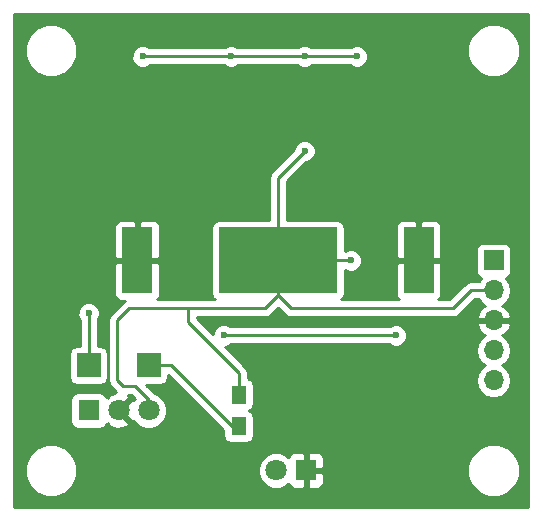
<source format=gbl>
G04 #@! TF.FileFunction,Copper,L2,Bot,Signal*
%FSLAX46Y46*%
G04 Gerber Fmt 4.6, Leading zero omitted, Abs format (unit mm)*
G04 Created by KiCad (PCBNEW 4.0.6+dfsg1-1) date Fri Mar  9 15:20:54 2018*
%MOMM*%
%LPD*%
G01*
G04 APERTURE LIST*
%ADD10C,0.100000*%
%ADD11R,2.600000X5.560000*%
%ADD12R,10.000000X5.560000*%
%ADD13R,1.800000X1.800000*%
%ADD14C,1.800000*%
%ADD15R,1.700000X1.700000*%
%ADD16O,1.700000X1.700000*%
%ADD17R,1.998980X1.998980*%
%ADD18R,1.300000X1.500000*%
%ADD19C,0.600000*%
%ADD20C,0.250000*%
%ADD21C,0.254000*%
G04 APERTURE END LIST*
D10*
D11*
X190185000Y-60960000D03*
D12*
X202090000Y-60960000D03*
D11*
X213995000Y-60960000D03*
D13*
X204470000Y-78740000D03*
D14*
X201930000Y-78740000D03*
D15*
X220345000Y-60960000D03*
D16*
X220345000Y-63500000D03*
X220345000Y-66040000D03*
X220345000Y-68580000D03*
X220345000Y-71120000D03*
D17*
X186055000Y-69850000D03*
X191135000Y-69850000D03*
D18*
X198755000Y-72310000D03*
X198755000Y-75010000D03*
D13*
X186055000Y-73660000D03*
D14*
X188595000Y-73660000D03*
X191135000Y-73660000D03*
D19*
X182372000Y-54483000D03*
X182372000Y-49530000D03*
X199390000Y-69596000D03*
X202311000Y-49530000D03*
X200152000Y-53594000D03*
X204343000Y-53594000D03*
X210185000Y-53594000D03*
X210185000Y-51562000D03*
X210185000Y-49530000D03*
X204343000Y-43688000D03*
X204343000Y-51689000D03*
X190627000Y-43688000D03*
X208280000Y-60960000D03*
X208788000Y-43688000D03*
X198120000Y-43688000D03*
X212090000Y-67310000D03*
X197485000Y-67310000D03*
X186055000Y-65405000D03*
D20*
X182372000Y-49530000D02*
X182372000Y-54483000D01*
X202311000Y-51435000D02*
X202311000Y-49530000D01*
X200152000Y-53594000D02*
X202311000Y-51435000D01*
X210185000Y-53594000D02*
X204343000Y-53594000D01*
X210185000Y-49530000D02*
X210185000Y-51562000D01*
X202090000Y-60960000D02*
X202090000Y-53942000D01*
X202090000Y-53942000D02*
X204343000Y-51689000D01*
X198120000Y-43688000D02*
X190627000Y-43688000D01*
X198755000Y-72310000D02*
X198755000Y-70485000D01*
X194437000Y-66167000D02*
X194437000Y-65024000D01*
X198755000Y-70485000D02*
X194437000Y-66167000D01*
X208280000Y-60960000D02*
X202090000Y-60960000D01*
X208788000Y-43688000D02*
X204343000Y-43688000D01*
X204343000Y-43688000D02*
X198120000Y-43688000D01*
X191135000Y-73660000D02*
X191135000Y-72771000D01*
X191135000Y-72771000D02*
X189992000Y-71628000D01*
X189992000Y-71628000D02*
X188976000Y-71628000D01*
X188976000Y-71628000D02*
X188468000Y-71120000D01*
X188468000Y-71120000D02*
X188468000Y-66040000D01*
X188468000Y-66040000D02*
X189484000Y-65024000D01*
X189484000Y-65024000D02*
X194437000Y-65024000D01*
X194437000Y-65024000D02*
X200980000Y-65024000D01*
X200980000Y-65024000D02*
X202090000Y-63914000D01*
X202090000Y-63914000D02*
X202090000Y-60960000D01*
X220345000Y-63500000D02*
X218440000Y-63500000D01*
X202090000Y-63914000D02*
X202090000Y-60960000D01*
X203200000Y-65024000D02*
X202090000Y-63914000D01*
X216916000Y-65024000D02*
X203200000Y-65024000D01*
X218440000Y-63500000D02*
X216916000Y-65024000D01*
X197485000Y-67310000D02*
X212090000Y-67310000D01*
X186055000Y-65405000D02*
X186055000Y-69850000D01*
X191135000Y-69850000D02*
X193040000Y-69850000D01*
X193040000Y-69850000D02*
X198200000Y-75010000D01*
X198200000Y-75010000D02*
X198755000Y-75010000D01*
D21*
G36*
X223290000Y-81840000D02*
X179780000Y-81840000D01*
X179780000Y-79182619D01*
X180644613Y-79182619D01*
X180984155Y-80004372D01*
X181612321Y-80633636D01*
X182433481Y-80974611D01*
X183322619Y-80975387D01*
X184144372Y-80635845D01*
X184773636Y-80007679D01*
X185114611Y-79186519D01*
X185114735Y-79043991D01*
X200394735Y-79043991D01*
X200627932Y-79608371D01*
X201059357Y-80040551D01*
X201623330Y-80274733D01*
X202233991Y-80275265D01*
X202798371Y-80042068D01*
X202975841Y-79864908D01*
X203031673Y-79999699D01*
X203210302Y-80178327D01*
X203443691Y-80275000D01*
X204184250Y-80275000D01*
X204343000Y-80116250D01*
X204343000Y-78867000D01*
X204597000Y-78867000D01*
X204597000Y-80116250D01*
X204755750Y-80275000D01*
X205496309Y-80275000D01*
X205729698Y-80178327D01*
X205908327Y-79999699D01*
X206005000Y-79766310D01*
X206005000Y-79182619D01*
X218109613Y-79182619D01*
X218449155Y-80004372D01*
X219077321Y-80633636D01*
X219898481Y-80974611D01*
X220787619Y-80975387D01*
X221609372Y-80635845D01*
X222238636Y-80007679D01*
X222579611Y-79186519D01*
X222580387Y-78297381D01*
X222240845Y-77475628D01*
X221612679Y-76846364D01*
X220791519Y-76505389D01*
X219902381Y-76504613D01*
X219080628Y-76844155D01*
X218451364Y-77472321D01*
X218110389Y-78293481D01*
X218109613Y-79182619D01*
X206005000Y-79182619D01*
X206005000Y-79025750D01*
X205846250Y-78867000D01*
X204597000Y-78867000D01*
X204343000Y-78867000D01*
X204323000Y-78867000D01*
X204323000Y-78613000D01*
X204343000Y-78613000D01*
X204343000Y-77363750D01*
X204597000Y-77363750D01*
X204597000Y-78613000D01*
X205846250Y-78613000D01*
X206005000Y-78454250D01*
X206005000Y-77713690D01*
X205908327Y-77480301D01*
X205729698Y-77301673D01*
X205496309Y-77205000D01*
X204755750Y-77205000D01*
X204597000Y-77363750D01*
X204343000Y-77363750D01*
X204184250Y-77205000D01*
X203443691Y-77205000D01*
X203210302Y-77301673D01*
X203031673Y-77480301D01*
X202975881Y-77614994D01*
X202800643Y-77439449D01*
X202236670Y-77205267D01*
X201626009Y-77204735D01*
X201061629Y-77437932D01*
X200629449Y-77869357D01*
X200395267Y-78433330D01*
X200394735Y-79043991D01*
X185114735Y-79043991D01*
X185115387Y-78297381D01*
X184775845Y-77475628D01*
X184147679Y-76846364D01*
X183326519Y-76505389D01*
X182437381Y-76504613D01*
X181615628Y-76844155D01*
X180986364Y-77472321D01*
X180645389Y-78293481D01*
X180644613Y-79182619D01*
X179780000Y-79182619D01*
X179780000Y-72760000D01*
X184507560Y-72760000D01*
X184507560Y-74560000D01*
X184551838Y-74795317D01*
X184690910Y-75011441D01*
X184903110Y-75156431D01*
X185155000Y-75207440D01*
X186955000Y-75207440D01*
X187190317Y-75163162D01*
X187406441Y-75024090D01*
X187545598Y-74820426D01*
X187579890Y-74854718D01*
X187694447Y-74740161D01*
X187780852Y-74996643D01*
X188354336Y-75206458D01*
X188964460Y-75180839D01*
X189409148Y-74996643D01*
X189495554Y-74740159D01*
X188595000Y-73839605D01*
X188580858Y-73853748D01*
X188401253Y-73674143D01*
X188415395Y-73660000D01*
X188401253Y-73645858D01*
X188580858Y-73466253D01*
X188595000Y-73480395D01*
X189495554Y-72579841D01*
X189430925Y-72388000D01*
X189677198Y-72388000D01*
X189956609Y-72667411D01*
X189834449Y-72789357D01*
X189825797Y-72810194D01*
X189675159Y-72759446D01*
X188774605Y-73660000D01*
X189675159Y-74560554D01*
X189825327Y-74509965D01*
X189832932Y-74528371D01*
X190264357Y-74960551D01*
X190828330Y-75194733D01*
X191438991Y-75195265D01*
X192003371Y-74962068D01*
X192435551Y-74530643D01*
X192669733Y-73966670D01*
X192670265Y-73356009D01*
X192437068Y-72791629D01*
X192005643Y-72359449D01*
X191650984Y-72212182D01*
X190935732Y-71496930D01*
X192134490Y-71496930D01*
X192369807Y-71452652D01*
X192585931Y-71313580D01*
X192730921Y-71101380D01*
X192781930Y-70849490D01*
X192781930Y-70666732D01*
X197457560Y-75342362D01*
X197457560Y-75760000D01*
X197501838Y-75995317D01*
X197640910Y-76211441D01*
X197853110Y-76356431D01*
X198105000Y-76407440D01*
X199405000Y-76407440D01*
X199640317Y-76363162D01*
X199856441Y-76224090D01*
X200001431Y-76011890D01*
X200052440Y-75760000D01*
X200052440Y-74260000D01*
X200008162Y-74024683D01*
X199869090Y-73808559D01*
X199656890Y-73663569D01*
X199643803Y-73660919D01*
X199856441Y-73524090D01*
X200001431Y-73311890D01*
X200052440Y-73060000D01*
X200052440Y-71560000D01*
X200008162Y-71324683D01*
X199869090Y-71108559D01*
X199656890Y-70963569D01*
X199515000Y-70934836D01*
X199515000Y-70485000D01*
X199457148Y-70194161D01*
X199292401Y-69947599D01*
X197924802Y-68580000D01*
X218830907Y-68580000D01*
X218943946Y-69148285D01*
X219265853Y-69630054D01*
X219595026Y-69850000D01*
X219265853Y-70069946D01*
X218943946Y-70551715D01*
X218830907Y-71120000D01*
X218943946Y-71688285D01*
X219265853Y-72170054D01*
X219747622Y-72491961D01*
X220315907Y-72605000D01*
X220374093Y-72605000D01*
X220942378Y-72491961D01*
X221424147Y-72170054D01*
X221746054Y-71688285D01*
X221859093Y-71120000D01*
X221746054Y-70551715D01*
X221424147Y-70069946D01*
X221094974Y-69850000D01*
X221424147Y-69630054D01*
X221746054Y-69148285D01*
X221859093Y-68580000D01*
X221746054Y-68011715D01*
X221424147Y-67529946D01*
X221083447Y-67302298D01*
X221226358Y-67235183D01*
X221616645Y-66806924D01*
X221786476Y-66396890D01*
X221665155Y-66167000D01*
X220472000Y-66167000D01*
X220472000Y-66187000D01*
X220218000Y-66187000D01*
X220218000Y-66167000D01*
X219024845Y-66167000D01*
X218903524Y-66396890D01*
X219073355Y-66806924D01*
X219463642Y-67235183D01*
X219606553Y-67302298D01*
X219265853Y-67529946D01*
X218943946Y-68011715D01*
X218830907Y-68580000D01*
X197924802Y-68580000D01*
X197589894Y-68245092D01*
X197670167Y-68245162D01*
X198013943Y-68103117D01*
X198047118Y-68070000D01*
X211527537Y-68070000D01*
X211559673Y-68102192D01*
X211903201Y-68244838D01*
X212275167Y-68245162D01*
X212618943Y-68103117D01*
X212882192Y-67840327D01*
X213024838Y-67496799D01*
X213025162Y-67124833D01*
X212883117Y-66781057D01*
X212620327Y-66517808D01*
X212276799Y-66375162D01*
X211904833Y-66374838D01*
X211561057Y-66516883D01*
X211527882Y-66550000D01*
X198047463Y-66550000D01*
X198015327Y-66517808D01*
X197671799Y-66375162D01*
X197299833Y-66374838D01*
X196956057Y-66516883D01*
X196692808Y-66779673D01*
X196550162Y-67123201D01*
X196550090Y-67205288D01*
X195197000Y-65852198D01*
X195197000Y-65784000D01*
X200980000Y-65784000D01*
X201270839Y-65726148D01*
X201517401Y-65561401D01*
X202090000Y-64988802D01*
X202662599Y-65561401D01*
X202909161Y-65726148D01*
X203200000Y-65784000D01*
X216916000Y-65784000D01*
X217206839Y-65726148D01*
X217453401Y-65561401D01*
X218754802Y-64260000D01*
X219072046Y-64260000D01*
X219265853Y-64550054D01*
X219606553Y-64777702D01*
X219463642Y-64844817D01*
X219073355Y-65273076D01*
X218903524Y-65683110D01*
X219024845Y-65913000D01*
X220218000Y-65913000D01*
X220218000Y-65893000D01*
X220472000Y-65893000D01*
X220472000Y-65913000D01*
X221665155Y-65913000D01*
X221786476Y-65683110D01*
X221616645Y-65273076D01*
X221226358Y-64844817D01*
X221083447Y-64777702D01*
X221424147Y-64550054D01*
X221746054Y-64068285D01*
X221859093Y-63500000D01*
X221746054Y-62931715D01*
X221424147Y-62449946D01*
X221382548Y-62422150D01*
X221430317Y-62413162D01*
X221646441Y-62274090D01*
X221791431Y-62061890D01*
X221842440Y-61810000D01*
X221842440Y-60110000D01*
X221798162Y-59874683D01*
X221659090Y-59658559D01*
X221446890Y-59513569D01*
X221195000Y-59462560D01*
X219495000Y-59462560D01*
X219259683Y-59506838D01*
X219043559Y-59645910D01*
X218898569Y-59858110D01*
X218847560Y-60110000D01*
X218847560Y-61810000D01*
X218891838Y-62045317D01*
X219030910Y-62261441D01*
X219243110Y-62406431D01*
X219310541Y-62420086D01*
X219265853Y-62449946D01*
X219072046Y-62740000D01*
X218440000Y-62740000D01*
X218197414Y-62788254D01*
X218149160Y-62797852D01*
X217902599Y-62962599D01*
X216601198Y-64264000D01*
X215669025Y-64264000D01*
X215833327Y-64099699D01*
X215930000Y-63866310D01*
X215930000Y-61245750D01*
X215771250Y-61087000D01*
X214122000Y-61087000D01*
X214122000Y-61107000D01*
X213868000Y-61107000D01*
X213868000Y-61087000D01*
X212218750Y-61087000D01*
X212060000Y-61245750D01*
X212060000Y-63866310D01*
X212156673Y-64099699D01*
X212320975Y-64264000D01*
X207448338Y-64264000D01*
X207541441Y-64204090D01*
X207686431Y-63991890D01*
X207737440Y-63740000D01*
X207737440Y-61739938D01*
X207749673Y-61752192D01*
X208093201Y-61894838D01*
X208465167Y-61895162D01*
X208808943Y-61753117D01*
X209072192Y-61490327D01*
X209214838Y-61146799D01*
X209215162Y-60774833D01*
X209073117Y-60431057D01*
X208810327Y-60167808D01*
X208466799Y-60025162D01*
X208094833Y-60024838D01*
X207751057Y-60166883D01*
X207737440Y-60180476D01*
X207737440Y-58180000D01*
X207713674Y-58053690D01*
X212060000Y-58053690D01*
X212060000Y-60674250D01*
X212218750Y-60833000D01*
X213868000Y-60833000D01*
X213868000Y-57703750D01*
X214122000Y-57703750D01*
X214122000Y-60833000D01*
X215771250Y-60833000D01*
X215930000Y-60674250D01*
X215930000Y-58053690D01*
X215833327Y-57820301D01*
X215654698Y-57641673D01*
X215421309Y-57545000D01*
X214280750Y-57545000D01*
X214122000Y-57703750D01*
X213868000Y-57703750D01*
X213709250Y-57545000D01*
X212568691Y-57545000D01*
X212335302Y-57641673D01*
X212156673Y-57820301D01*
X212060000Y-58053690D01*
X207713674Y-58053690D01*
X207693162Y-57944683D01*
X207554090Y-57728559D01*
X207341890Y-57583569D01*
X207090000Y-57532560D01*
X202850000Y-57532560D01*
X202850000Y-54256802D01*
X204482680Y-52624122D01*
X204528167Y-52624162D01*
X204871943Y-52482117D01*
X205135192Y-52219327D01*
X205277838Y-51875799D01*
X205278162Y-51503833D01*
X205136117Y-51160057D01*
X204873327Y-50896808D01*
X204529799Y-50754162D01*
X204157833Y-50753838D01*
X203814057Y-50895883D01*
X203550808Y-51158673D01*
X203408162Y-51502201D01*
X203408121Y-51549077D01*
X201552599Y-53404599D01*
X201387852Y-53651161D01*
X201330000Y-53942000D01*
X201330000Y-57532560D01*
X197090000Y-57532560D01*
X196854683Y-57576838D01*
X196638559Y-57715910D01*
X196493569Y-57928110D01*
X196442560Y-58180000D01*
X196442560Y-63740000D01*
X196486838Y-63975317D01*
X196625910Y-64191441D01*
X196732104Y-64264000D01*
X191859025Y-64264000D01*
X192023327Y-64099699D01*
X192120000Y-63866310D01*
X192120000Y-61245750D01*
X191961250Y-61087000D01*
X190312000Y-61087000D01*
X190312000Y-61107000D01*
X190058000Y-61107000D01*
X190058000Y-61087000D01*
X188408750Y-61087000D01*
X188250000Y-61245750D01*
X188250000Y-63866310D01*
X188346673Y-64099699D01*
X188525302Y-64278327D01*
X188758691Y-64375000D01*
X189113619Y-64375000D01*
X188946599Y-64486599D01*
X187930599Y-65502599D01*
X187765852Y-65749161D01*
X187708000Y-66040000D01*
X187708000Y-71120000D01*
X187765852Y-71410839D01*
X187930599Y-71657401D01*
X188404831Y-72131633D01*
X188225540Y-72139161D01*
X187780852Y-72323357D01*
X187694447Y-72579839D01*
X187579890Y-72465282D01*
X187543412Y-72501760D01*
X187419090Y-72308559D01*
X187206890Y-72163569D01*
X186955000Y-72112560D01*
X185155000Y-72112560D01*
X184919683Y-72156838D01*
X184703559Y-72295910D01*
X184558569Y-72508110D01*
X184507560Y-72760000D01*
X179780000Y-72760000D01*
X179780000Y-68850510D01*
X184408070Y-68850510D01*
X184408070Y-70849490D01*
X184452348Y-71084807D01*
X184591420Y-71300931D01*
X184803620Y-71445921D01*
X185055510Y-71496930D01*
X187054490Y-71496930D01*
X187289807Y-71452652D01*
X187505931Y-71313580D01*
X187650921Y-71101380D01*
X187701930Y-70849490D01*
X187701930Y-68850510D01*
X187657652Y-68615193D01*
X187518580Y-68399069D01*
X187306380Y-68254079D01*
X187054490Y-68203070D01*
X186815000Y-68203070D01*
X186815000Y-65967463D01*
X186847192Y-65935327D01*
X186989838Y-65591799D01*
X186990162Y-65219833D01*
X186848117Y-64876057D01*
X186585327Y-64612808D01*
X186241799Y-64470162D01*
X185869833Y-64469838D01*
X185526057Y-64611883D01*
X185262808Y-64874673D01*
X185120162Y-65218201D01*
X185119838Y-65590167D01*
X185261883Y-65933943D01*
X185295000Y-65967118D01*
X185295000Y-68203070D01*
X185055510Y-68203070D01*
X184820193Y-68247348D01*
X184604069Y-68386420D01*
X184459079Y-68598620D01*
X184408070Y-68850510D01*
X179780000Y-68850510D01*
X179780000Y-58053690D01*
X188250000Y-58053690D01*
X188250000Y-60674250D01*
X188408750Y-60833000D01*
X190058000Y-60833000D01*
X190058000Y-57703750D01*
X190312000Y-57703750D01*
X190312000Y-60833000D01*
X191961250Y-60833000D01*
X192120000Y-60674250D01*
X192120000Y-58053690D01*
X192023327Y-57820301D01*
X191844698Y-57641673D01*
X191611309Y-57545000D01*
X190470750Y-57545000D01*
X190312000Y-57703750D01*
X190058000Y-57703750D01*
X189899250Y-57545000D01*
X188758691Y-57545000D01*
X188525302Y-57641673D01*
X188346673Y-57820301D01*
X188250000Y-58053690D01*
X179780000Y-58053690D01*
X179780000Y-43622619D01*
X180644613Y-43622619D01*
X180984155Y-44444372D01*
X181612321Y-45073636D01*
X182433481Y-45414611D01*
X183322619Y-45415387D01*
X184144372Y-45075845D01*
X184773636Y-44447679D01*
X185012193Y-43873167D01*
X189691838Y-43873167D01*
X189833883Y-44216943D01*
X190096673Y-44480192D01*
X190440201Y-44622838D01*
X190812167Y-44623162D01*
X191155943Y-44481117D01*
X191189118Y-44448000D01*
X197557537Y-44448000D01*
X197589673Y-44480192D01*
X197933201Y-44622838D01*
X198305167Y-44623162D01*
X198648943Y-44481117D01*
X198682118Y-44448000D01*
X203780537Y-44448000D01*
X203812673Y-44480192D01*
X204156201Y-44622838D01*
X204528167Y-44623162D01*
X204871943Y-44481117D01*
X204905118Y-44448000D01*
X208225537Y-44448000D01*
X208257673Y-44480192D01*
X208601201Y-44622838D01*
X208973167Y-44623162D01*
X209316943Y-44481117D01*
X209580192Y-44218327D01*
X209722838Y-43874799D01*
X209723057Y-43622619D01*
X218109613Y-43622619D01*
X218449155Y-44444372D01*
X219077321Y-45073636D01*
X219898481Y-45414611D01*
X220787619Y-45415387D01*
X221609372Y-45075845D01*
X222238636Y-44447679D01*
X222579611Y-43626519D01*
X222580387Y-42737381D01*
X222240845Y-41915628D01*
X221612679Y-41286364D01*
X220791519Y-40945389D01*
X219902381Y-40944613D01*
X219080628Y-41284155D01*
X218451364Y-41912321D01*
X218110389Y-42733481D01*
X218109613Y-43622619D01*
X209723057Y-43622619D01*
X209723162Y-43502833D01*
X209581117Y-43159057D01*
X209318327Y-42895808D01*
X208974799Y-42753162D01*
X208602833Y-42752838D01*
X208259057Y-42894883D01*
X208225882Y-42928000D01*
X204905463Y-42928000D01*
X204873327Y-42895808D01*
X204529799Y-42753162D01*
X204157833Y-42752838D01*
X203814057Y-42894883D01*
X203780882Y-42928000D01*
X198682463Y-42928000D01*
X198650327Y-42895808D01*
X198306799Y-42753162D01*
X197934833Y-42752838D01*
X197591057Y-42894883D01*
X197557882Y-42928000D01*
X191189463Y-42928000D01*
X191157327Y-42895808D01*
X190813799Y-42753162D01*
X190441833Y-42752838D01*
X190098057Y-42894883D01*
X189834808Y-43157673D01*
X189692162Y-43501201D01*
X189691838Y-43873167D01*
X185012193Y-43873167D01*
X185114611Y-43626519D01*
X185115387Y-42737381D01*
X184775845Y-41915628D01*
X184147679Y-41286364D01*
X183326519Y-40945389D01*
X182437381Y-40944613D01*
X181615628Y-41284155D01*
X180986364Y-41912321D01*
X180645389Y-42733481D01*
X180644613Y-43622619D01*
X179780000Y-43622619D01*
X179780000Y-40080000D01*
X223290000Y-40080000D01*
X223290000Y-81840000D01*
X223290000Y-81840000D01*
G37*
X223290000Y-81840000D02*
X179780000Y-81840000D01*
X179780000Y-79182619D01*
X180644613Y-79182619D01*
X180984155Y-80004372D01*
X181612321Y-80633636D01*
X182433481Y-80974611D01*
X183322619Y-80975387D01*
X184144372Y-80635845D01*
X184773636Y-80007679D01*
X185114611Y-79186519D01*
X185114735Y-79043991D01*
X200394735Y-79043991D01*
X200627932Y-79608371D01*
X201059357Y-80040551D01*
X201623330Y-80274733D01*
X202233991Y-80275265D01*
X202798371Y-80042068D01*
X202975841Y-79864908D01*
X203031673Y-79999699D01*
X203210302Y-80178327D01*
X203443691Y-80275000D01*
X204184250Y-80275000D01*
X204343000Y-80116250D01*
X204343000Y-78867000D01*
X204597000Y-78867000D01*
X204597000Y-80116250D01*
X204755750Y-80275000D01*
X205496309Y-80275000D01*
X205729698Y-80178327D01*
X205908327Y-79999699D01*
X206005000Y-79766310D01*
X206005000Y-79182619D01*
X218109613Y-79182619D01*
X218449155Y-80004372D01*
X219077321Y-80633636D01*
X219898481Y-80974611D01*
X220787619Y-80975387D01*
X221609372Y-80635845D01*
X222238636Y-80007679D01*
X222579611Y-79186519D01*
X222580387Y-78297381D01*
X222240845Y-77475628D01*
X221612679Y-76846364D01*
X220791519Y-76505389D01*
X219902381Y-76504613D01*
X219080628Y-76844155D01*
X218451364Y-77472321D01*
X218110389Y-78293481D01*
X218109613Y-79182619D01*
X206005000Y-79182619D01*
X206005000Y-79025750D01*
X205846250Y-78867000D01*
X204597000Y-78867000D01*
X204343000Y-78867000D01*
X204323000Y-78867000D01*
X204323000Y-78613000D01*
X204343000Y-78613000D01*
X204343000Y-77363750D01*
X204597000Y-77363750D01*
X204597000Y-78613000D01*
X205846250Y-78613000D01*
X206005000Y-78454250D01*
X206005000Y-77713690D01*
X205908327Y-77480301D01*
X205729698Y-77301673D01*
X205496309Y-77205000D01*
X204755750Y-77205000D01*
X204597000Y-77363750D01*
X204343000Y-77363750D01*
X204184250Y-77205000D01*
X203443691Y-77205000D01*
X203210302Y-77301673D01*
X203031673Y-77480301D01*
X202975881Y-77614994D01*
X202800643Y-77439449D01*
X202236670Y-77205267D01*
X201626009Y-77204735D01*
X201061629Y-77437932D01*
X200629449Y-77869357D01*
X200395267Y-78433330D01*
X200394735Y-79043991D01*
X185114735Y-79043991D01*
X185115387Y-78297381D01*
X184775845Y-77475628D01*
X184147679Y-76846364D01*
X183326519Y-76505389D01*
X182437381Y-76504613D01*
X181615628Y-76844155D01*
X180986364Y-77472321D01*
X180645389Y-78293481D01*
X180644613Y-79182619D01*
X179780000Y-79182619D01*
X179780000Y-72760000D01*
X184507560Y-72760000D01*
X184507560Y-74560000D01*
X184551838Y-74795317D01*
X184690910Y-75011441D01*
X184903110Y-75156431D01*
X185155000Y-75207440D01*
X186955000Y-75207440D01*
X187190317Y-75163162D01*
X187406441Y-75024090D01*
X187545598Y-74820426D01*
X187579890Y-74854718D01*
X187694447Y-74740161D01*
X187780852Y-74996643D01*
X188354336Y-75206458D01*
X188964460Y-75180839D01*
X189409148Y-74996643D01*
X189495554Y-74740159D01*
X188595000Y-73839605D01*
X188580858Y-73853748D01*
X188401253Y-73674143D01*
X188415395Y-73660000D01*
X188401253Y-73645858D01*
X188580858Y-73466253D01*
X188595000Y-73480395D01*
X189495554Y-72579841D01*
X189430925Y-72388000D01*
X189677198Y-72388000D01*
X189956609Y-72667411D01*
X189834449Y-72789357D01*
X189825797Y-72810194D01*
X189675159Y-72759446D01*
X188774605Y-73660000D01*
X189675159Y-74560554D01*
X189825327Y-74509965D01*
X189832932Y-74528371D01*
X190264357Y-74960551D01*
X190828330Y-75194733D01*
X191438991Y-75195265D01*
X192003371Y-74962068D01*
X192435551Y-74530643D01*
X192669733Y-73966670D01*
X192670265Y-73356009D01*
X192437068Y-72791629D01*
X192005643Y-72359449D01*
X191650984Y-72212182D01*
X190935732Y-71496930D01*
X192134490Y-71496930D01*
X192369807Y-71452652D01*
X192585931Y-71313580D01*
X192730921Y-71101380D01*
X192781930Y-70849490D01*
X192781930Y-70666732D01*
X197457560Y-75342362D01*
X197457560Y-75760000D01*
X197501838Y-75995317D01*
X197640910Y-76211441D01*
X197853110Y-76356431D01*
X198105000Y-76407440D01*
X199405000Y-76407440D01*
X199640317Y-76363162D01*
X199856441Y-76224090D01*
X200001431Y-76011890D01*
X200052440Y-75760000D01*
X200052440Y-74260000D01*
X200008162Y-74024683D01*
X199869090Y-73808559D01*
X199656890Y-73663569D01*
X199643803Y-73660919D01*
X199856441Y-73524090D01*
X200001431Y-73311890D01*
X200052440Y-73060000D01*
X200052440Y-71560000D01*
X200008162Y-71324683D01*
X199869090Y-71108559D01*
X199656890Y-70963569D01*
X199515000Y-70934836D01*
X199515000Y-70485000D01*
X199457148Y-70194161D01*
X199292401Y-69947599D01*
X197924802Y-68580000D01*
X218830907Y-68580000D01*
X218943946Y-69148285D01*
X219265853Y-69630054D01*
X219595026Y-69850000D01*
X219265853Y-70069946D01*
X218943946Y-70551715D01*
X218830907Y-71120000D01*
X218943946Y-71688285D01*
X219265853Y-72170054D01*
X219747622Y-72491961D01*
X220315907Y-72605000D01*
X220374093Y-72605000D01*
X220942378Y-72491961D01*
X221424147Y-72170054D01*
X221746054Y-71688285D01*
X221859093Y-71120000D01*
X221746054Y-70551715D01*
X221424147Y-70069946D01*
X221094974Y-69850000D01*
X221424147Y-69630054D01*
X221746054Y-69148285D01*
X221859093Y-68580000D01*
X221746054Y-68011715D01*
X221424147Y-67529946D01*
X221083447Y-67302298D01*
X221226358Y-67235183D01*
X221616645Y-66806924D01*
X221786476Y-66396890D01*
X221665155Y-66167000D01*
X220472000Y-66167000D01*
X220472000Y-66187000D01*
X220218000Y-66187000D01*
X220218000Y-66167000D01*
X219024845Y-66167000D01*
X218903524Y-66396890D01*
X219073355Y-66806924D01*
X219463642Y-67235183D01*
X219606553Y-67302298D01*
X219265853Y-67529946D01*
X218943946Y-68011715D01*
X218830907Y-68580000D01*
X197924802Y-68580000D01*
X197589894Y-68245092D01*
X197670167Y-68245162D01*
X198013943Y-68103117D01*
X198047118Y-68070000D01*
X211527537Y-68070000D01*
X211559673Y-68102192D01*
X211903201Y-68244838D01*
X212275167Y-68245162D01*
X212618943Y-68103117D01*
X212882192Y-67840327D01*
X213024838Y-67496799D01*
X213025162Y-67124833D01*
X212883117Y-66781057D01*
X212620327Y-66517808D01*
X212276799Y-66375162D01*
X211904833Y-66374838D01*
X211561057Y-66516883D01*
X211527882Y-66550000D01*
X198047463Y-66550000D01*
X198015327Y-66517808D01*
X197671799Y-66375162D01*
X197299833Y-66374838D01*
X196956057Y-66516883D01*
X196692808Y-66779673D01*
X196550162Y-67123201D01*
X196550090Y-67205288D01*
X195197000Y-65852198D01*
X195197000Y-65784000D01*
X200980000Y-65784000D01*
X201270839Y-65726148D01*
X201517401Y-65561401D01*
X202090000Y-64988802D01*
X202662599Y-65561401D01*
X202909161Y-65726148D01*
X203200000Y-65784000D01*
X216916000Y-65784000D01*
X217206839Y-65726148D01*
X217453401Y-65561401D01*
X218754802Y-64260000D01*
X219072046Y-64260000D01*
X219265853Y-64550054D01*
X219606553Y-64777702D01*
X219463642Y-64844817D01*
X219073355Y-65273076D01*
X218903524Y-65683110D01*
X219024845Y-65913000D01*
X220218000Y-65913000D01*
X220218000Y-65893000D01*
X220472000Y-65893000D01*
X220472000Y-65913000D01*
X221665155Y-65913000D01*
X221786476Y-65683110D01*
X221616645Y-65273076D01*
X221226358Y-64844817D01*
X221083447Y-64777702D01*
X221424147Y-64550054D01*
X221746054Y-64068285D01*
X221859093Y-63500000D01*
X221746054Y-62931715D01*
X221424147Y-62449946D01*
X221382548Y-62422150D01*
X221430317Y-62413162D01*
X221646441Y-62274090D01*
X221791431Y-62061890D01*
X221842440Y-61810000D01*
X221842440Y-60110000D01*
X221798162Y-59874683D01*
X221659090Y-59658559D01*
X221446890Y-59513569D01*
X221195000Y-59462560D01*
X219495000Y-59462560D01*
X219259683Y-59506838D01*
X219043559Y-59645910D01*
X218898569Y-59858110D01*
X218847560Y-60110000D01*
X218847560Y-61810000D01*
X218891838Y-62045317D01*
X219030910Y-62261441D01*
X219243110Y-62406431D01*
X219310541Y-62420086D01*
X219265853Y-62449946D01*
X219072046Y-62740000D01*
X218440000Y-62740000D01*
X218197414Y-62788254D01*
X218149160Y-62797852D01*
X217902599Y-62962599D01*
X216601198Y-64264000D01*
X215669025Y-64264000D01*
X215833327Y-64099699D01*
X215930000Y-63866310D01*
X215930000Y-61245750D01*
X215771250Y-61087000D01*
X214122000Y-61087000D01*
X214122000Y-61107000D01*
X213868000Y-61107000D01*
X213868000Y-61087000D01*
X212218750Y-61087000D01*
X212060000Y-61245750D01*
X212060000Y-63866310D01*
X212156673Y-64099699D01*
X212320975Y-64264000D01*
X207448338Y-64264000D01*
X207541441Y-64204090D01*
X207686431Y-63991890D01*
X207737440Y-63740000D01*
X207737440Y-61739938D01*
X207749673Y-61752192D01*
X208093201Y-61894838D01*
X208465167Y-61895162D01*
X208808943Y-61753117D01*
X209072192Y-61490327D01*
X209214838Y-61146799D01*
X209215162Y-60774833D01*
X209073117Y-60431057D01*
X208810327Y-60167808D01*
X208466799Y-60025162D01*
X208094833Y-60024838D01*
X207751057Y-60166883D01*
X207737440Y-60180476D01*
X207737440Y-58180000D01*
X207713674Y-58053690D01*
X212060000Y-58053690D01*
X212060000Y-60674250D01*
X212218750Y-60833000D01*
X213868000Y-60833000D01*
X213868000Y-57703750D01*
X214122000Y-57703750D01*
X214122000Y-60833000D01*
X215771250Y-60833000D01*
X215930000Y-60674250D01*
X215930000Y-58053690D01*
X215833327Y-57820301D01*
X215654698Y-57641673D01*
X215421309Y-57545000D01*
X214280750Y-57545000D01*
X214122000Y-57703750D01*
X213868000Y-57703750D01*
X213709250Y-57545000D01*
X212568691Y-57545000D01*
X212335302Y-57641673D01*
X212156673Y-57820301D01*
X212060000Y-58053690D01*
X207713674Y-58053690D01*
X207693162Y-57944683D01*
X207554090Y-57728559D01*
X207341890Y-57583569D01*
X207090000Y-57532560D01*
X202850000Y-57532560D01*
X202850000Y-54256802D01*
X204482680Y-52624122D01*
X204528167Y-52624162D01*
X204871943Y-52482117D01*
X205135192Y-52219327D01*
X205277838Y-51875799D01*
X205278162Y-51503833D01*
X205136117Y-51160057D01*
X204873327Y-50896808D01*
X204529799Y-50754162D01*
X204157833Y-50753838D01*
X203814057Y-50895883D01*
X203550808Y-51158673D01*
X203408162Y-51502201D01*
X203408121Y-51549077D01*
X201552599Y-53404599D01*
X201387852Y-53651161D01*
X201330000Y-53942000D01*
X201330000Y-57532560D01*
X197090000Y-57532560D01*
X196854683Y-57576838D01*
X196638559Y-57715910D01*
X196493569Y-57928110D01*
X196442560Y-58180000D01*
X196442560Y-63740000D01*
X196486838Y-63975317D01*
X196625910Y-64191441D01*
X196732104Y-64264000D01*
X191859025Y-64264000D01*
X192023327Y-64099699D01*
X192120000Y-63866310D01*
X192120000Y-61245750D01*
X191961250Y-61087000D01*
X190312000Y-61087000D01*
X190312000Y-61107000D01*
X190058000Y-61107000D01*
X190058000Y-61087000D01*
X188408750Y-61087000D01*
X188250000Y-61245750D01*
X188250000Y-63866310D01*
X188346673Y-64099699D01*
X188525302Y-64278327D01*
X188758691Y-64375000D01*
X189113619Y-64375000D01*
X188946599Y-64486599D01*
X187930599Y-65502599D01*
X187765852Y-65749161D01*
X187708000Y-66040000D01*
X187708000Y-71120000D01*
X187765852Y-71410839D01*
X187930599Y-71657401D01*
X188404831Y-72131633D01*
X188225540Y-72139161D01*
X187780852Y-72323357D01*
X187694447Y-72579839D01*
X187579890Y-72465282D01*
X187543412Y-72501760D01*
X187419090Y-72308559D01*
X187206890Y-72163569D01*
X186955000Y-72112560D01*
X185155000Y-72112560D01*
X184919683Y-72156838D01*
X184703559Y-72295910D01*
X184558569Y-72508110D01*
X184507560Y-72760000D01*
X179780000Y-72760000D01*
X179780000Y-68850510D01*
X184408070Y-68850510D01*
X184408070Y-70849490D01*
X184452348Y-71084807D01*
X184591420Y-71300931D01*
X184803620Y-71445921D01*
X185055510Y-71496930D01*
X187054490Y-71496930D01*
X187289807Y-71452652D01*
X187505931Y-71313580D01*
X187650921Y-71101380D01*
X187701930Y-70849490D01*
X187701930Y-68850510D01*
X187657652Y-68615193D01*
X187518580Y-68399069D01*
X187306380Y-68254079D01*
X187054490Y-68203070D01*
X186815000Y-68203070D01*
X186815000Y-65967463D01*
X186847192Y-65935327D01*
X186989838Y-65591799D01*
X186990162Y-65219833D01*
X186848117Y-64876057D01*
X186585327Y-64612808D01*
X186241799Y-64470162D01*
X185869833Y-64469838D01*
X185526057Y-64611883D01*
X185262808Y-64874673D01*
X185120162Y-65218201D01*
X185119838Y-65590167D01*
X185261883Y-65933943D01*
X185295000Y-65967118D01*
X185295000Y-68203070D01*
X185055510Y-68203070D01*
X184820193Y-68247348D01*
X184604069Y-68386420D01*
X184459079Y-68598620D01*
X184408070Y-68850510D01*
X179780000Y-68850510D01*
X179780000Y-58053690D01*
X188250000Y-58053690D01*
X188250000Y-60674250D01*
X188408750Y-60833000D01*
X190058000Y-60833000D01*
X190058000Y-57703750D01*
X190312000Y-57703750D01*
X190312000Y-60833000D01*
X191961250Y-60833000D01*
X192120000Y-60674250D01*
X192120000Y-58053690D01*
X192023327Y-57820301D01*
X191844698Y-57641673D01*
X191611309Y-57545000D01*
X190470750Y-57545000D01*
X190312000Y-57703750D01*
X190058000Y-57703750D01*
X189899250Y-57545000D01*
X188758691Y-57545000D01*
X188525302Y-57641673D01*
X188346673Y-57820301D01*
X188250000Y-58053690D01*
X179780000Y-58053690D01*
X179780000Y-43622619D01*
X180644613Y-43622619D01*
X180984155Y-44444372D01*
X181612321Y-45073636D01*
X182433481Y-45414611D01*
X183322619Y-45415387D01*
X184144372Y-45075845D01*
X184773636Y-44447679D01*
X185012193Y-43873167D01*
X189691838Y-43873167D01*
X189833883Y-44216943D01*
X190096673Y-44480192D01*
X190440201Y-44622838D01*
X190812167Y-44623162D01*
X191155943Y-44481117D01*
X191189118Y-44448000D01*
X197557537Y-44448000D01*
X197589673Y-44480192D01*
X197933201Y-44622838D01*
X198305167Y-44623162D01*
X198648943Y-44481117D01*
X198682118Y-44448000D01*
X203780537Y-44448000D01*
X203812673Y-44480192D01*
X204156201Y-44622838D01*
X204528167Y-44623162D01*
X204871943Y-44481117D01*
X204905118Y-44448000D01*
X208225537Y-44448000D01*
X208257673Y-44480192D01*
X208601201Y-44622838D01*
X208973167Y-44623162D01*
X209316943Y-44481117D01*
X209580192Y-44218327D01*
X209722838Y-43874799D01*
X209723057Y-43622619D01*
X218109613Y-43622619D01*
X218449155Y-44444372D01*
X219077321Y-45073636D01*
X219898481Y-45414611D01*
X220787619Y-45415387D01*
X221609372Y-45075845D01*
X222238636Y-44447679D01*
X222579611Y-43626519D01*
X222580387Y-42737381D01*
X222240845Y-41915628D01*
X221612679Y-41286364D01*
X220791519Y-40945389D01*
X219902381Y-40944613D01*
X219080628Y-41284155D01*
X218451364Y-41912321D01*
X218110389Y-42733481D01*
X218109613Y-43622619D01*
X209723057Y-43622619D01*
X209723162Y-43502833D01*
X209581117Y-43159057D01*
X209318327Y-42895808D01*
X208974799Y-42753162D01*
X208602833Y-42752838D01*
X208259057Y-42894883D01*
X208225882Y-42928000D01*
X204905463Y-42928000D01*
X204873327Y-42895808D01*
X204529799Y-42753162D01*
X204157833Y-42752838D01*
X203814057Y-42894883D01*
X203780882Y-42928000D01*
X198682463Y-42928000D01*
X198650327Y-42895808D01*
X198306799Y-42753162D01*
X197934833Y-42752838D01*
X197591057Y-42894883D01*
X197557882Y-42928000D01*
X191189463Y-42928000D01*
X191157327Y-42895808D01*
X190813799Y-42753162D01*
X190441833Y-42752838D01*
X190098057Y-42894883D01*
X189834808Y-43157673D01*
X189692162Y-43501201D01*
X189691838Y-43873167D01*
X185012193Y-43873167D01*
X185114611Y-43626519D01*
X185115387Y-42737381D01*
X184775845Y-41915628D01*
X184147679Y-41286364D01*
X183326519Y-40945389D01*
X182437381Y-40944613D01*
X181615628Y-41284155D01*
X180986364Y-41912321D01*
X180645389Y-42733481D01*
X180644613Y-43622619D01*
X179780000Y-43622619D01*
X179780000Y-40080000D01*
X223290000Y-40080000D01*
X223290000Y-81840000D01*
M02*

</source>
